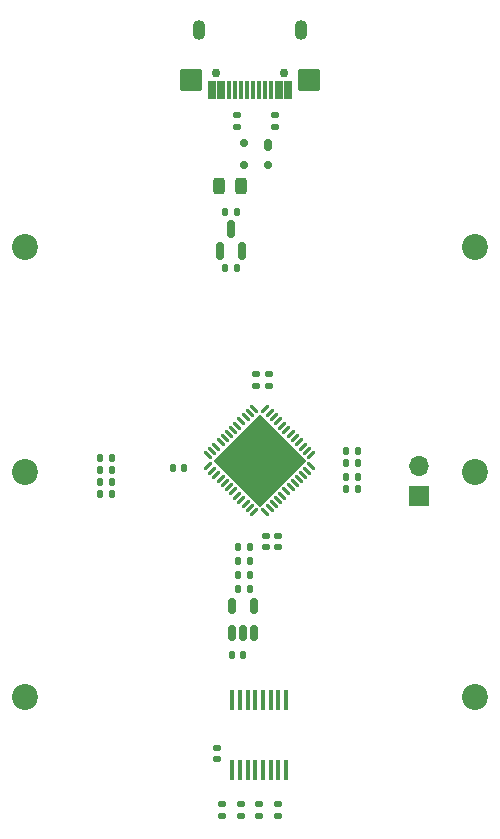
<source format=gbr>
%TF.GenerationSoftware,KiCad,Pcbnew,8.0.8*%
%TF.CreationDate,2025-03-01T19:05:43+01:00*%
%TF.ProjectId,numbpad,6e756d62-7061-4642-9e6b-696361645f70,rev?*%
%TF.SameCoordinates,Original*%
%TF.FileFunction,Soldermask,Bot*%
%TF.FilePolarity,Negative*%
%FSLAX46Y46*%
G04 Gerber Fmt 4.6, Leading zero omitted, Abs format (unit mm)*
G04 Created by KiCad (PCBNEW 8.0.8) date 2025-03-01 19:05:43*
%MOMM*%
%LPD*%
G01*
G04 APERTURE LIST*
G04 Aperture macros list*
%AMRoundRect*
0 Rectangle with rounded corners*
0 $1 Rounding radius*
0 $2 $3 $4 $5 $6 $7 $8 $9 X,Y pos of 4 corners*
0 Add a 4 corners polygon primitive as box body*
4,1,4,$2,$3,$4,$5,$6,$7,$8,$9,$2,$3,0*
0 Add four circle primitives for the rounded corners*
1,1,$1+$1,$2,$3*
1,1,$1+$1,$4,$5*
1,1,$1+$1,$6,$7*
1,1,$1+$1,$8,$9*
0 Add four rect primitives between the rounded corners*
20,1,$1+$1,$2,$3,$4,$5,0*
20,1,$1+$1,$4,$5,$6,$7,0*
20,1,$1+$1,$6,$7,$8,$9,0*
20,1,$1+$1,$8,$9,$2,$3,0*%
%AMRotRect*
0 Rectangle, with rotation*
0 The origin of the aperture is its center*
0 $1 length*
0 $2 width*
0 $3 Rotation angle, in degrees counterclockwise*
0 Add horizontal line*
21,1,$1,$2,0,0,$3*%
G04 Aperture macros list end*
%ADD10C,2.200000*%
%ADD11RoundRect,0.140000X-0.170000X0.140000X-0.170000X-0.140000X0.170000X-0.140000X0.170000X0.140000X0*%
%ADD12R,0.419100X1.778000*%
%ADD13RoundRect,0.135000X-0.185000X0.135000X-0.185000X-0.135000X0.185000X-0.135000X0.185000X0.135000X0*%
%ADD14RoundRect,0.135000X-0.135000X-0.185000X0.135000X-0.185000X0.135000X0.185000X-0.135000X0.185000X0*%
%ADD15RoundRect,0.140000X0.140000X0.170000X-0.140000X0.170000X-0.140000X-0.170000X0.140000X-0.170000X0*%
%ADD16RoundRect,0.140000X-0.140000X-0.170000X0.140000X-0.170000X0.140000X0.170000X-0.140000X0.170000X0*%
%ADD17RoundRect,0.140000X0.170000X-0.140000X0.170000X0.140000X-0.170000X0.140000X-0.170000X-0.140000X0*%
%ADD18RoundRect,0.135000X0.135000X0.185000X-0.135000X0.185000X-0.135000X-0.185000X0.135000X-0.185000X0*%
%ADD19RoundRect,0.062500X0.309359X-0.220971X-0.220971X0.309359X-0.309359X0.220971X0.220971X-0.309359X0*%
%ADD20RoundRect,0.062500X0.309359X0.220971X0.220971X0.309359X-0.309359X-0.220971X-0.220971X-0.309359X0*%
%ADD21RotRect,5.600000X5.600000X135.000000*%
%ADD22R,1.700000X1.700000*%
%ADD23O,1.700000X1.700000*%
%ADD24C,0.750000*%
%ADD25RoundRect,0.050000X-0.300000X-0.725000X0.300000X-0.725000X0.300000X0.725000X-0.300000X0.725000X0*%
%ADD26RoundRect,0.050000X-0.150000X-0.725000X0.150000X-0.725000X0.150000X0.725000X-0.150000X0.725000X0*%
%ADD27RoundRect,0.050000X-0.850000X-0.850000X0.850000X-0.850000X0.850000X0.850000X-0.850000X0.850000X0*%
%ADD28O,1.100000X1.700000*%
%ADD29RoundRect,0.150000X0.150000X-0.512500X0.150000X0.512500X-0.150000X0.512500X-0.150000X-0.512500X0*%
%ADD30RoundRect,0.150000X0.150000X-0.587500X0.150000X0.587500X-0.150000X0.587500X-0.150000X-0.587500X0*%
%ADD31RoundRect,0.243750X0.243750X0.456250X-0.243750X0.456250X-0.243750X-0.456250X0.243750X-0.456250X0*%
%ADD32RoundRect,0.175000X0.175000X0.325000X-0.175000X0.325000X-0.175000X-0.325000X0.175000X-0.325000X0*%
%ADD33RoundRect,0.150000X0.200000X0.150000X-0.200000X0.150000X-0.200000X-0.150000X0.200000X-0.150000X0*%
G04 APERTURE END LIST*
D10*
%TO.C,H6*%
X123031250Y-100012500D03*
%TD*%
D11*
%TO.C,C7*%
X144462500Y-105402500D03*
X144462500Y-106362500D03*
%TD*%
%TO.C,C8*%
X143468750Y-105402500D03*
X143468750Y-106362500D03*
%TD*%
D12*
%TO.C,U4*%
X140601700Y-119263160D03*
X141251940Y-119263160D03*
X141902180Y-119263160D03*
X142552420Y-119263160D03*
X143197580Y-119263160D03*
X143847820Y-119263160D03*
X144498060Y-119263160D03*
X145148300Y-119263160D03*
X145148300Y-125211840D03*
X144498060Y-125211840D03*
X143847820Y-125211840D03*
X143197580Y-125211840D03*
X142552420Y-125211840D03*
X141902180Y-125211840D03*
X141251940Y-125211840D03*
X140601700Y-125211840D03*
%TD*%
D10*
%TO.C,H1*%
X123031250Y-80962500D03*
%TD*%
D13*
%TO.C,R_USB2*%
X144164150Y-69784850D03*
X144164150Y-70804850D03*
%TD*%
%TO.C,R9*%
X144462500Y-128077500D03*
X144462500Y-129097500D03*
%TD*%
%TO.C,R7*%
X142875000Y-128077500D03*
X142875000Y-129097500D03*
%TD*%
D10*
%TO.C,H2*%
X161131250Y-80962500D03*
%TD*%
D14*
%TO.C,R1*%
X150240872Y-98228801D03*
X151260872Y-98228801D03*
%TD*%
D15*
%TO.C,C5*%
X136525000Y-99618750D03*
X135565000Y-99618750D03*
%TD*%
D16*
%TO.C,C1*%
X150240872Y-101403801D03*
X151200872Y-101403801D03*
%TD*%
%TO.C,C11*%
X140541987Y-115462072D03*
X141501987Y-115462072D03*
%TD*%
%TO.C,C_LDO1*%
X140013750Y-77931250D03*
X140973750Y-77931250D03*
%TD*%
D17*
%TO.C,C3*%
X142575000Y-92672551D03*
X142575000Y-91712551D03*
%TD*%
D16*
%TO.C,C4*%
X150246844Y-100429031D03*
X151206844Y-100429031D03*
%TD*%
D18*
%TO.C,R5*%
X130401250Y-98825000D03*
X129381250Y-98825000D03*
%TD*%
D10*
%TO.C,H3*%
X123031250Y-119062500D03*
%TD*%
%TO.C,H4*%
X161131250Y-119062500D03*
%TD*%
D15*
%TO.C,C10*%
X142051250Y-109912072D03*
X141091250Y-109912072D03*
%TD*%
D18*
%TO.C,R13*%
X142072427Y-106362500D03*
X141052427Y-106362500D03*
%TD*%
D19*
%TO.C,U1*%
X147290927Y-99508687D03*
X146937374Y-99862240D03*
X146583820Y-100215794D03*
X146230267Y-100569347D03*
X145876714Y-100922900D03*
X145523160Y-101276454D03*
X145169607Y-101630007D03*
X144816053Y-101983561D03*
X144462500Y-102337114D03*
X144108947Y-102690667D03*
X143755393Y-103044221D03*
X143401840Y-103397774D03*
D20*
X142429568Y-103397774D03*
X142076015Y-103044221D03*
X141722461Y-102690667D03*
X141368908Y-102337114D03*
X141015355Y-101983561D03*
X140661801Y-101630007D03*
X140308248Y-101276454D03*
X139954694Y-100922900D03*
X139601141Y-100569347D03*
X139247588Y-100215794D03*
X138894034Y-99862240D03*
X138540481Y-99508687D03*
D19*
X138540481Y-98536415D03*
X138894034Y-98182862D03*
X139247588Y-97829308D03*
X139601141Y-97475755D03*
X139954694Y-97122202D03*
X140308248Y-96768648D03*
X140661801Y-96415095D03*
X141015355Y-96061541D03*
X141368908Y-95707988D03*
X141722461Y-95354435D03*
X142076015Y-95000881D03*
X142429568Y-94647328D03*
D20*
X143401840Y-94647328D03*
X143755393Y-95000881D03*
X144108947Y-95354435D03*
X144462500Y-95707988D03*
X144816053Y-96061541D03*
X145169607Y-96415095D03*
X145523160Y-96768648D03*
X145876714Y-97122202D03*
X146230267Y-97475755D03*
X146583820Y-97829308D03*
X146937374Y-98182862D03*
X147290927Y-98536415D03*
D21*
X142915704Y-99022551D03*
%TD*%
D10*
%TO.C,H5*%
X161131250Y-100012500D03*
%TD*%
D14*
%TO.C,R12*%
X141061250Y-108743750D03*
X142081250Y-108743750D03*
%TD*%
D11*
%TO.C,C9*%
X139306250Y-123345000D03*
X139306250Y-124305000D03*
%TD*%
D22*
%TO.C,SW17*%
X156393750Y-102056250D03*
D23*
X156393750Y-99516250D03*
%TD*%
D16*
%TO.C,C_LDO2*%
X140013750Y-82693750D03*
X140973750Y-82693750D03*
%TD*%
D18*
%TO.C,R3*%
X130391710Y-101837418D03*
X129371710Y-101837418D03*
%TD*%
D24*
%TO.C,USB1*%
X139191250Y-66232000D03*
X144971250Y-66232000D03*
D25*
X138856250Y-67677000D03*
X139631250Y-67677000D03*
D26*
X140331250Y-67677000D03*
X140831250Y-67677000D03*
X141331250Y-67677000D03*
X141831250Y-67677000D03*
X142331250Y-67677000D03*
X142831250Y-67677000D03*
X143331250Y-67677000D03*
X143831250Y-67677000D03*
D25*
X144531250Y-67677000D03*
X145306250Y-67677000D03*
D27*
X137081250Y-66782000D03*
D28*
X137761250Y-62582000D03*
X146401250Y-62582000D03*
D27*
X147081250Y-66782000D03*
%TD*%
D17*
%TO.C,C6*%
X143668750Y-92673365D03*
X143668750Y-91713365D03*
%TD*%
D29*
%TO.C,U5*%
X142451987Y-113624572D03*
X141501987Y-113624572D03*
X140551987Y-113624572D03*
X140551987Y-111349572D03*
X142451987Y-111349572D03*
%TD*%
D18*
%TO.C,R11*%
X142081250Y-107550000D03*
X141061250Y-107550000D03*
%TD*%
D13*
%TO.C,R6*%
X139700000Y-128077500D03*
X139700000Y-129097500D03*
%TD*%
D30*
%TO.C,U3*%
X141443750Y-81250000D03*
X139543750Y-81250000D03*
X140493750Y-79375000D03*
%TD*%
D13*
%TO.C,R8*%
X141287500Y-128077500D03*
X141287500Y-129097500D03*
%TD*%
D18*
%TO.C,R4*%
X130401250Y-99806250D03*
X129381250Y-99806250D03*
%TD*%
%TO.C,R2*%
X130401250Y-100806250D03*
X129381250Y-100806250D03*
%TD*%
D16*
%TO.C,C2*%
X150252792Y-99231581D03*
X151212792Y-99231581D03*
%TD*%
D31*
%TO.C,F1*%
X141332900Y-75741100D03*
X139457900Y-75741100D03*
%TD*%
D13*
%TO.C,R_USB1*%
X140989150Y-69784850D03*
X140989150Y-70804850D03*
%TD*%
D32*
%TO.C,U2*%
X143576650Y-72309850D03*
D33*
X143576650Y-74009850D03*
X141576650Y-74009850D03*
X141576650Y-72109850D03*
%TD*%
M02*

</source>
